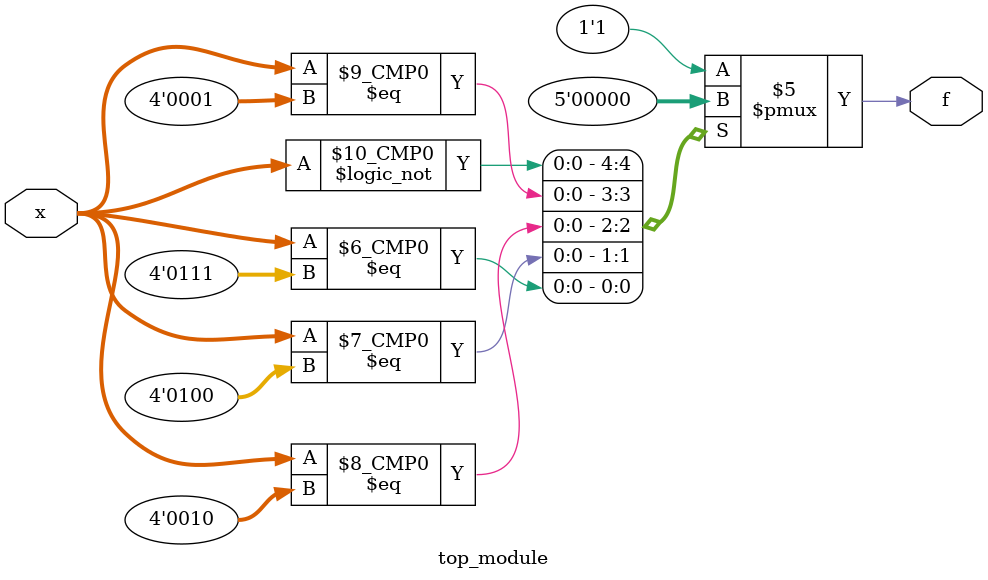
<source format=sv>
module top_module (
    input [4:1] x,
    output logic f
);


always_comb begin
    case (x)
        // x[3]x[4]   00 01 11 10
        4'b0000: f = 0;
        4'b0001: f = 0;
        4'b0010: f = 0;
        4'b0100: f = 0;
        4'b0111: f = 0;
        4'b0011: f = 1;
        4'b0110: f = 1;
        default: f = 1; // For don't-care values
    endcase
end


endmodule

</source>
